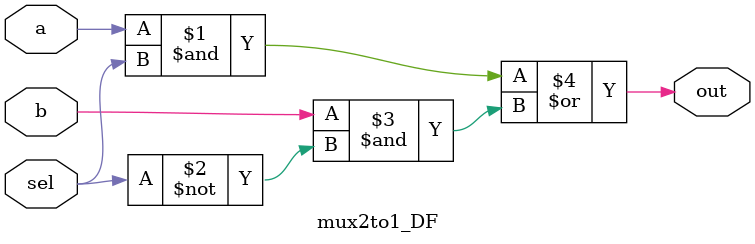
<source format=v>
module mux2to1_DF(
            a,b,sel,
            out
            );
            
input a,b,sel;
output out;

assign out = (a&sel) |(b&(~sel));    //out = sel ? a : b;    

endmodule

</source>
